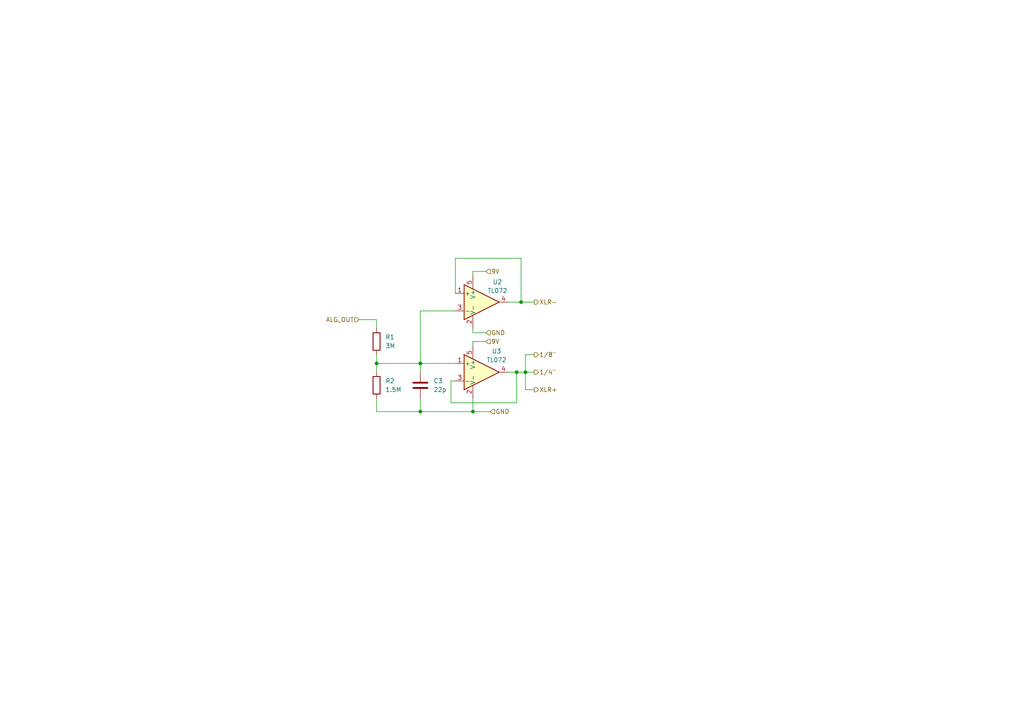
<source format=kicad_sch>
(kicad_sch (version 20250114) (generator "eeschema") (generator_version "9.0")
  (paper "A4")
  (lib_symbols
    (symbol "Amplifier_Operational:TLV172IDCK" (pin_names (offset 0.127))
      (property "Reference" "U" (at 7.62 2.54 0))
      (property "Value" "TLV172IDCK" (at 11.43 -2.54 0))
      (symbol "TLV172IDCK_0_1"
        (polyline (pts (xy -2.54 5.08) (xy -2.54 -5.08) (xy 7.62 0) (xy -2.54 5.08)) (stroke (width 0.254)) (fill (type background)))
      )
      (symbol "TLV172IDCK_1_1"
        (pin input line (at -5.08 2.54 0) (length 2.54) (name "+") (number "1"))
        (pin input line (at -5.08 -2.54 0) (length 2.54) (name "-") (number "3"))
        (pin power_in line (at 0 7.62 270) (length 3.81) (name "V+") (number "5"))
        (pin power_in line (at 0 -7.62 90) (length 3.81) (name "V-") (number "2"))
        (pin output line (at 10.16 0 180) (length 2.54) (name "~") (number "4"))
      )
    )
    (symbol "Device:C" (pin_numbers (hide yes)) (pin_names (offset 0.254))
      (property "Reference" "C" (at 0.635 2.54 0))
      (property "Value" "C" (at 0.635 -2.54 0))
      (symbol "C_0_1"
        (polyline (pts (xy -2.032 0.762) (xy 2.032 0.762)) (stroke (width 0.508)))
        (polyline (pts (xy -2.032 -0.762) (xy 2.032 -0.762)) (stroke (width 0.508)))
      )
      (symbol "C_1_1"
        (pin passive line (at 0 3.81 270) (length 2.794) (name "~") (number "1"))
        (pin passive line (at 0 -3.81 90) (length 2.794) (name "~") (number "2"))
      )
    )
    (symbol "Device:R" (pin_numbers (hide yes)) (pin_names (offset 0))
      (property "Reference" "R" (at 2.032 0 90))
      (property "Value" "R" (at 0 0 90))
      (symbol "R_0_1"
        (rectangle (start -1.016 -2.54) (end 1.016 2.54) (stroke (width 0.254)))
      )
      (symbol "R_1_1"
        (pin passive line (at 0 3.81 270) (length 1.27) (name "~") (number "1"))
        (pin passive line (at 0 -3.81 90) (length 1.27) (name "~") (number "2"))
      )
    )
  )
  (junction (at 151.13 87.63))
  (junction (at 109.22 105.41))
  (junction (at 152.4 107.95))
  (junction (at 121.92 105.41))
  (junction (at 137.16 119.38))
  (junction (at 121.92 119.38))
  (junction (at 149.86 107.95))
  (wire (pts (xy 140.97 99.06) (xy 137.16 99.06)))
  (wire (pts (xy 137.16 99.06) (xy 137.16 100.33)))
  (wire (pts (xy 132.08 110.49) (xy 130.81 110.49)))
  (wire (pts (xy 121.92 107.95) (xy 121.92 105.41)))
  (wire (pts (xy 137.16 119.38) (xy 137.16 115.57)))
  (wire (pts (xy 109.22 92.71) (xy 104.14 92.71)))
  (wire (pts (xy 109.22 115.57) (xy 109.22 119.38)))
  (wire (pts (xy 149.86 116.84) (xy 149.86 107.95)))
  (wire (pts (xy 149.86 107.95) (xy 147.32 107.95)))
  (wire (pts (xy 132.08 90.17) (xy 121.92 90.17)))
  (wire (pts (xy 152.4 113.03) (xy 152.4 107.95)))
  (wire (pts (xy 137.16 78.74) (xy 137.16 80.01)))
  (wire (pts (xy 130.81 116.84) (xy 149.86 116.84)))
  (wire (pts (xy 154.94 113.03) (xy 152.4 113.03)))
  (wire (pts (xy 152.4 107.95) (xy 154.94 107.95)))
  (wire (pts (xy 121.92 105.41) (xy 132.08 105.41)))
  (wire (pts (xy 137.16 96.52) (xy 137.16 95.25)))
  (wire (pts (xy 151.13 87.63) (xy 147.32 87.63)))
  (wire (pts (xy 130.81 110.49) (xy 130.81 116.84)))
  (wire (pts (xy 132.08 85.09) (xy 132.08 74.93)))
  (wire (pts (xy 132.08 74.93) (xy 151.13 74.93)))
  (wire (pts (xy 140.97 78.74) (xy 137.16 78.74)))
  (wire (pts (xy 121.92 115.57) (xy 121.92 119.38)))
  (wire (pts (xy 140.97 96.52) (xy 137.16 96.52)))
  (wire (pts (xy 121.92 119.38) (xy 137.16 119.38)))
  (wire (pts (xy 109.22 95.25) (xy 109.22 92.71)))
  (wire (pts (xy 109.22 105.41) (xy 109.22 107.95)))
  (wire (pts (xy 151.13 74.93) (xy 151.13 87.63)))
  (wire (pts (xy 109.22 105.41) (xy 121.92 105.41)))
  (wire (pts (xy 142.24 119.38) (xy 137.16 119.38)))
  (wire (pts (xy 151.13 87.63) (xy 154.94 87.63)))
  (wire (pts (xy 154.94 102.87) (xy 152.4 102.87)))
  (wire (pts (xy 109.22 102.87) (xy 109.22 105.41)))
  (wire (pts (xy 121.92 90.17) (xy 121.92 105.41)))
  (wire (pts (xy 152.4 102.87) (xy 152.4 107.95)))
  (wire (pts (xy 149.86 107.95) (xy 152.4 107.95)))
  (wire (pts (xy 109.22 119.38) (xy 121.92 119.38)))
  (hierarchical_label "1{slash}8\"" (shape output) (at 154.94 102.87 0))
  (hierarchical_label "XLR+" (shape output) (at 154.94 113.03 0))
  (hierarchical_label "GND" (shape input) (at 142.24 119.38 0))
  (hierarchical_label "XLR-" (shape output) (at 154.94 87.63 0))
  (hierarchical_label "9V" (shape input) (at 140.97 78.74 0))
  (hierarchical_label "GND" (shape input) (at 140.97 96.52 0))
  (hierarchical_label "ALG_OUT" (shape input) (at 104.14 92.71 180))
  (hierarchical_label "1{slash}4\"" (shape output) (at 154.94 107.95 0))
  (hierarchical_label "9V" (shape input) (at 140.97 99.06 0))
  (symbol (lib_id "Amplifier_Operational:TLV172IDCK") (at 137.16 107.95 0) (unit 1)
    (property "Reference" "U3" (at 144.018 101.854 0))
    (property "Value" "TL072" (at 144.018 104.394 0))
    (property "Footprint" "Package_TO_SOT_SMD:SOT-353_SC-70-5" (effects (hide yes)))
    (property "Datasheet" "http://www.ti.com/lit/ds/symlink/tlv172.pdf" (effects (hide yes)))
    (property "Description" "Low-power Operational Amplifier, SOT-353" (effects (hide yes)))
  )
  (symbol (lib_id "Device:C") (at 121.92 111.76 0) (unit 1)
    (property "Reference" "C3" (at 125.73 110.4899 0) (effects (justify left)))
    (property "Value" "22p" (at 125.73 113.0299 0) (effects (justify left)))
    (property "Description" "Unpolarized capacitor" (effects (hide yes)))
  )
  (symbol (lib_id "Amplifier_Operational:TLV172IDCK") (at 137.16 87.63 0) (unit 1)
    (property "Reference" "U2" (at 144.272 81.788 0))
    (property "Value" "TL072" (at 144.272 84.328 0))
    (property "Footprint" "Package_TO_SOT_SMD:SOT-353_SC-70-5" (effects (hide yes)))
    (property "Datasheet" "http://www.ti.com/lit/ds/symlink/tlv172.pdf" (effects (hide yes)))
    (property "Description" "Low-power Operational Amplifier, SOT-353" (effects (hide yes)))
  )
  (symbol (lib_id "Device:R") (at 109.22 99.06 0) (unit 1)
    (property "Reference" "R1" (at 111.76 97.7899 0) (effects (justify left)))
    (property "Value" "3M" (at 111.76 100.3299 0) (effects (justify left)))
    (property "Description" "Resistor" (effects (hide yes)))
  )
  (symbol (lib_id "Device:R") (at 109.22 111.76 0) (unit 1)
    (property "Reference" "R2" (at 111.76 110.4899 0) (effects (justify left)))
    (property "Value" "1.5M" (at 111.76 113.0299 0) (effects (justify left)))
    (property "Description" "Resistor" (effects (hide yes)))
  )
)
</source>
